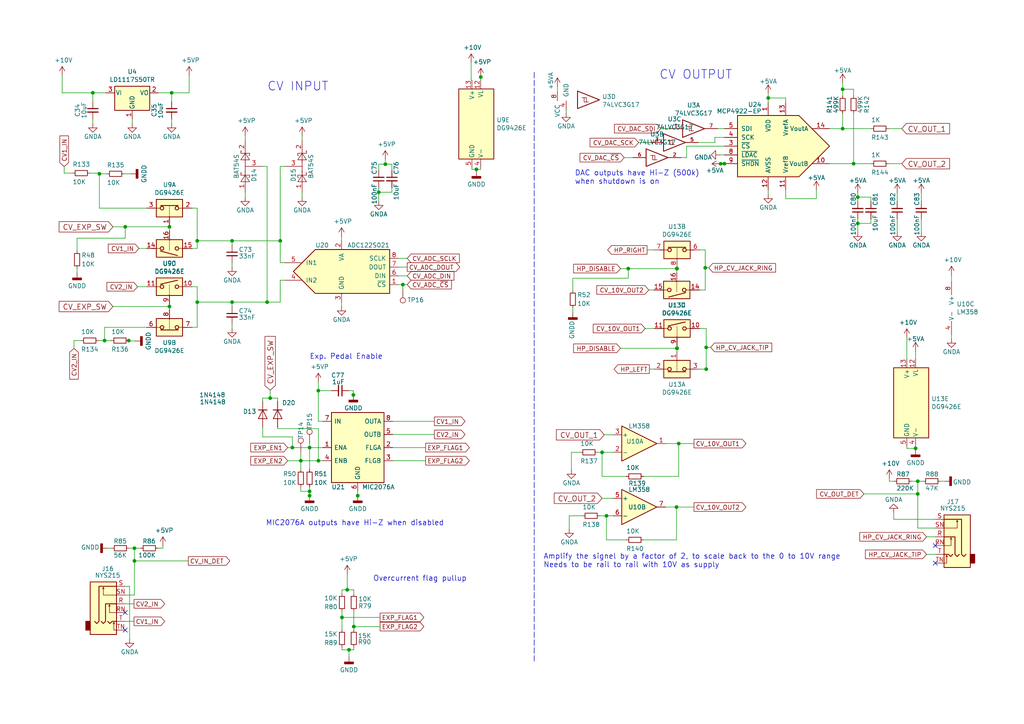
<source format=kicad_sch>
(kicad_sch (version 20211123) (generator eeschema)
  (paper "A4")
  (title_block (title "MOD DuoX - Bottom Board") (date "2021-11-11") (rev "Rev 1.05") (company "MOD Devices GmbH") (comment 1 "DuoX Audio processing board") (comment 2 "https://github.com/moddevices/mod-hw-duoX") (comment 3 "Inp Power: 12V 700mA") (comment 4 "USB outp Power: 500mA"))
  (junction (at 196.342 101.0158))
  (junction (at 77.47 87.63))
  (junction (at 38.989 159.004))
  (junction (at 102.489 114.554))
  (junction (at 139.446 22.352))
  (junction (at 196.85 128.651))
  (junction (at 92.3544 133.6294))
  (junction (at 204.8256 107.061))
  (junction (at 37.338 98.7806))
  (junction (at 247.5738 47.4726))
  (junction (at 138.176 49.1236))
  (junction (at 196.215 147.066))
  (junction (at 266.192 139.573))
  (junction (at 89.789 143.764))
  (junction (at 87.249 133.6294))
  (junction (at 196.2912 77.9018))
  (junction (at 78.359 115.4684))
  (junction (at 222.8088 28.4226))
  (junction (at 266.192 143.256))
  (junction (at 204.8256 100.7618))
  (junction (at 57.2008 87.63))
  (junction (at 81.28 69.85))
  (junction (at 210.1088 47.4726))
  (junction (at 102.616 181.737))
  (junction (at 49.784 26.924))
  (junction (at 30.3276 98.7806))
  (junction (at 196.3674 101.0158))
  (junction (at 36.322 65.786))
  (junction (at 109.855 55.753))
  (junction (at 209.0166 47.498))
  (junction (at 248.793 57.1754))
  (junction (at 244.3988 37.3126))
  (junction (at 100.711 171.069))
  (junction (at 99.187 179.07))
  (junction (at 28.829 50.419))
  (junction (at 92.329 113.3094))
  (junction (at 26.924 26.924))
  (junction (at 265.557 130.048))
  (junction (at 67.31 87.63))
  (junction (at 174.625 131.191))
  (junction (at 175.895 149.606))
  (junction (at 49.149 88.9))
  (junction (at 111.76 47.625))
  (junction (at 49.149 65.786))
  (junction (at 116.84 82.55))
  (junction (at 196.3674 77.9018))
  (junction (at 103.759 143.764))
  (junction (at 67.31 69.85))
  (junction (at 204.5462 77.6732))
  (junction (at 89.789 142.5194))
  (junction (at 84.8106 129.8194))
  (junction (at 57.2008 69.85))
  (junction (at 244.3988 25.8826))
  (junction (at 248.793 64.7954))
  (junction (at 38.989 162.687))
  (junction (at 89.789 129.8194))
  (junction (at 182.2196 77.9018))
  (junction (at 101.219 188.468))
  (no_connect (at 271.272 163.322))
  (no_connect (at 271.272 158.242))
  (no_connect (at 36.322 177.673))
  (no_connect (at 36.322 182.753))
  (wire (pts (xy 109.855 54.483) (xy 109.855 55.753)))
  (wire (pts (xy 196.342 101.981) (xy 196.342 101.0158)))
  (wire (pts (xy 30.988 50.419) (xy 28.829 50.419)))
  (wire (pts (xy 179.9844 101.0158) (xy 196.342 101.0158)))
  (wire (pts (xy 136.652 18.161) (xy 136.652 23.2664)))
  (wire (pts (xy 87.63 40.64) (xy 87.63 39.37)))
  (wire (pts (xy 204.8256 107.061) (xy 204.851 107.061)))
  (wire (pts (xy 248.793 55.9054) (xy 248.793 57.1754)))
  (wire (pts (xy 259.334 139.573) (xy 257.937 139.573)))
  (wire (pts (xy 92.3544 124.3076) (xy 80.518 124.3076)))
  (wire (pts (xy 139.4206 49.1236) (xy 138.176 49.1236)))
  (wire (pts (xy 247.5738 32.8676) (xy 247.5738 47.4726)))
  (wire (pts (xy 244.3988 25.8826) (xy 244.3988 27.7876)))
  (wire (pts (xy 115.57 74.93) (xy 118.11 74.93)))
  (wire (pts (xy 47.244 159.004) (xy 47.244 158.242)))
  (wire (pts (xy 250.571 143.256) (xy 266.192 143.256)))
  (wire (pts (xy 42.545 60.3758) (xy 28.829 60.3758)))
  (wire (pts (xy 102.489 114.554) (xy 102.489 114.5794)))
  (wire (pts (xy 87.249 131.0894) (xy 87.249 133.6294)))
  (wire (pts (xy 204.5462 77.6732) (xy 204.5462 84.0994)))
  (wire (pts (xy 267.208 63.5254) (xy 267.208 67.3354)))
  (wire (pts (xy 76.2 123.9774) (xy 76.2 126.7206)))
  (wire (pts (xy 244.3988 32.8676) (xy 244.3988 37.3126)))
  (wire (pts (xy 136.8806 49.1236) (xy 138.176 49.1236)))
  (wire (pts (xy 81.28 87.63) (xy 81.28 81.28)))
  (wire (pts (xy 196.2912 77.9018) (xy 196.3674 77.9018)))
  (wire (pts (xy 76.2 126.7206) (xy 84.8106 126.7206)))
  (wire (pts (xy 18.6182 48.3108) (xy 18.6182 50.2158)))
  (wire (pts (xy 49.149 88.2396) (xy 49.149 88.9)))
  (wire (pts (xy 49.784 34.544) (xy 49.784 35.814)))
  (wire (pts (xy 57.2008 69.85) (xy 57.2008 72.0598)))
  (wire (pts (xy 139.4206 48.6664) (xy 139.4206 49.1236)))
  (wire (pts (xy 202.6158 41.3258) (xy 207.3402 41.3258)))
  (wire (pts (xy 113.919 133.6294) (xy 123.444 133.6294)))
  (wire (pts (xy 199.136 42.3926) (xy 199.136 45.72)))
  (wire (pts (xy 42.545 94.9452) (xy 30.3276 94.9452)))
  (wire (pts (xy 266.192 153.162) (xy 271.272 153.162)))
  (wire (pts (xy 26.1112 50.2158) (xy 28.829 50.2158)))
  (wire (pts (xy 257.7338 37.3126) (xy 261.5438 37.3126)))
  (wire (pts (xy 36.322 180.213) (xy 38.862 180.213)))
  (wire (pts (xy 57.2008 83.1596) (xy 57.2008 87.63)))
  (wire (pts (xy 196.342 101.0158) (xy 196.3674 101.0158)))
  (wire (pts (xy 261.5438 47.4726) (xy 257.7338 47.4726)))
  (wire (pts (xy 28.829 50.419) (xy 28.829 60.3758)))
  (wire (pts (xy 99.06 87.63) (xy 99.06 88.9)))
  (wire (pts (xy 102.616 171.069) (xy 102.616 172.212)))
  (wire (pts (xy 139.4206 23.2664) (xy 139.4206 22.352)))
  (wire (pts (xy 87.63 55.88) (xy 87.63 57.15)))
  (wire (pts (xy 202.9714 72.4916) (xy 204.5462 72.4916)))
  (wire (pts (xy 257.937 139.573) (xy 257.937 138.811)))
  (wire (pts (xy 36.322 172.593) (xy 38.989 172.593)))
  (wire (pts (xy 100.711 171.069) (xy 102.616 171.069)))
  (wire (pts (xy 185.2422 41.3258) (xy 188.6458 41.3258)))
  (wire (pts (xy 115.57 77.47) (xy 118.11 77.47)))
  (wire (pts (xy 67.31 93.98) (xy 67.31 95.25)))
  (wire (pts (xy 92.329 113.3094) (xy 92.329 122.1994)))
  (wire (pts (xy 268.732 155.702) (xy 271.272 155.702)))
  (wire (pts (xy 113.919 126.0094) (xy 125.984 126.0094)))
  (wire (pts (xy 244.3988 37.3126) (xy 252.6538 37.3126)))
  (wire (pts (xy 67.31 71.12) (xy 67.31 69.85)))
  (wire (pts (xy 89.789 143.764) (xy 89.789 143.7894)))
  (wire (pts (xy 247.5738 47.4726) (xy 252.6538 47.4726)))
  (wire (pts (xy 206.121 100.7618) (xy 204.8256 100.7618)))
  (wire (pts (xy 248.793 64.7954) (xy 248.793 67.3354)))
  (wire (pts (xy 92.3544 124.3076) (xy 92.3544 133.6294)))
  (wire (pts (xy 57.2008 60.3758) (xy 57.2008 69.85)))
  (wire (pts (xy 196.85 128.651) (xy 201.295 128.651)))
  (wire (pts (xy 265.557 129.54) (xy 265.557 130.048)))
  (wire (pts (xy 166.1414 89.3318) (xy 166.1414 90.6018)))
  (wire (pts (xy 138.176 49.657) (xy 138.176 49.1236)))
  (wire (pts (xy 113.919 122.1994) (xy 125.984 122.1994)))
  (wire (pts (xy 275.971 98.2472) (xy 275.971 96.9772)))
  (wire (pts (xy 18.6182 50.2158) (xy 21.0312 50.2158)))
  (wire (pts (xy 81.28 48.26) (xy 81.28 69.85)))
  (wire (pts (xy 32.766 88.9) (xy 49.149 88.9)))
  (wire (pts (xy 181.0512 45.72) (xy 183.5912 45.72)))
  (wire (pts (xy 115.57 80.01) (xy 118.11 80.01)))
  (wire (pts (xy 174.625 131.191) (xy 173.355 131.191)))
  (wire (pts (xy 28.829 50.2158) (xy 28.829 50.419)))
  (wire (pts (xy 165.735 131.191) (xy 165.735 136.271)))
  (wire (pts (xy 80.518 124.3076) (xy 80.518 123.9774)))
  (wire (pts (xy 28.575 98.7806) (xy 30.3276 98.7806)))
  (wire (pts (xy 260.223 55.9054) (xy 260.223 58.4454)))
  (wire (pts (xy 252.603 58.4454) (xy 252.603 57.1754)))
  (wire (pts (xy 103.759 143.764) (xy 103.759 143.7894)))
  (wire (pts (xy 252.603 57.1754) (xy 248.793 57.1754)))
  (wire (pts (xy 222.8088 28.4226) (xy 222.8088 29.6926)))
  (wire (pts (xy 196.85 128.651) (xy 196.85 138.176)))
  (wire (pts (xy 80.518 116.3574) (xy 80.518 115.4684)))
  (wire (pts (xy 81.28 69.85) (xy 81.28 76.2)))
  (wire (pts (xy 202.946 107.061) (xy 204.8256 107.061)))
  (wire (pts (xy 37.592 170.053) (xy 36.322 170.053)))
  (wire (pts (xy 267.208 55.9054) (xy 267.208 58.4454)))
  (wire (pts (xy 227.8888 57.6326) (xy 227.8888 55.0926)))
  (wire (pts (xy 236.7788 57.6326) (xy 227.8888 57.6326)))
  (wire (pts (xy 54.61 162.687) (xy 38.989 162.687)))
  (wire (pts (xy 181.61 156.591) (xy 175.895 156.591)))
  (wire (pts (xy 196.3674 77.5716) (xy 196.3674 77.9018)))
  (wire (pts (xy 99.187 177.292) (xy 99.187 179.07)))
  (wire (pts (xy 92.329 122.1994) (xy 93.599 122.1994)))
  (wire (pts (xy 26.924 26.924) (xy 30.734 26.924)))
  (wire (pts (xy 248.793 63.5254) (xy 248.793 64.7954)))
  (wire (pts (xy 92.329 110.7694) (xy 92.329 113.3094)))
  (wire (pts (xy 207.3402 41.3258) (xy 207.3402 39.8526)))
  (wire (pts (xy 76.2 48.26) (xy 77.47 48.26)))
  (wire (pts (xy 264.414 139.573) (xy 266.192 139.573)))
  (wire (pts (xy 185.2422 41.3258) (xy 185.2422 41.3512)))
  (wire (pts (xy 265.557 130.048) (xy 265.557 130.429)))
  (wire (pts (xy 22.352 69.088) (xy 36.322 69.088)))
  (wire (pts (xy 99.06 69.85) (xy 99.06 68.58)))
  (wire (pts (xy 164.211 31.75) (xy 164.211 32.766)))
  (wire (pts (xy 209.0166 47.4726) (xy 209.0166 47.498)))
  (wire (pts (xy 244.3988 23.9776) (xy 244.3988 25.8826)))
  (wire (pts (xy 87.249 133.6294) (xy 92.3544 133.6294)))
  (wire (pts (xy 102.616 177.292) (xy 102.616 181.737)))
  (wire (pts (xy 89.789 128.5494) (xy 89.789 129.8194)))
  (wire (pts (xy 266.192 143.256) (xy 266.192 153.162)))
  (wire (pts (xy 37.592 170.053) (xy 37.592 185.293)))
  (wire (pts (xy 210.1088 47.4726) (xy 209.0166 47.4726)))
  (wire (pts (xy 87.249 136.1694) (xy 87.249 133.6294)))
  (wire (pts (xy 84.8106 129.8194) (xy 89.789 129.8194)))
  (wire (pts (xy 89.789 129.8194) (xy 93.599 129.8194)))
  (wire (pts (xy 186.69 156.591) (xy 196.215 156.591)))
  (wire (pts (xy 113.665 54.483) (xy 113.665 55.753)))
  (wire (pts (xy 263.017 130.048) (xy 265.557 130.048)))
  (wire (pts (xy 89.789 129.8194) (xy 89.789 136.1694)))
  (wire (pts (xy 39.9034 83.1596) (xy 42.545 83.1596)))
  (wire (pts (xy 55.753 83.1596) (xy 57.2008 83.1596)))
  (wire (pts (xy 45.974 26.924) (xy 49.784 26.924)))
  (wire (pts (xy 182.2196 80.6958) (xy 182.2196 77.9018)))
  (wire (pts (xy 84.8106 126.7206) (xy 84.8106 129.8194)))
  (wire (pts (xy 38.862 175.133) (xy 36.322 175.133)))
  (wire (pts (xy 76.2 115.4684) (xy 78.359 115.4684)))
  (wire (pts (xy 36.322 65.786) (xy 49.149 65.786)))
  (wire (pts (xy 55.753 60.3758) (xy 57.2008 60.3758)))
  (wire (pts (xy 76.2 116.3574) (xy 76.2 115.4684)))
  (wire (pts (xy 196.2912 79.0194) (xy 196.2912 77.9018)))
  (wire (pts (xy 57.2008 69.85) (xy 67.31 69.85)))
  (wire (pts (xy 196.85 138.176) (xy 186.69 138.176)))
  (wire (pts (xy 168.275 131.191) (xy 165.735 131.191)))
  (wire (pts (xy 109.855 55.753) (xy 109.855 58.293)))
  (wire (pts (xy 102.616 188.468) (xy 102.616 187.706)))
  (wire (pts (xy 252.603 63.5254) (xy 252.603 64.7954)))
  (wire (pts (xy 111.76 46.228) (xy 111.76 47.625)))
  (wire (pts (xy 99.187 171.069) (xy 100.711 171.069)))
  (wire (pts (xy 181.61 138.176) (xy 174.625 138.176)))
  (wire (pts (xy 177.8 131.191) (xy 174.625 131.191)))
  (wire (pts (xy 40.767 159.004) (xy 38.989 159.004)))
  (wire (pts (xy 252.603 64.7954) (xy 248.793 64.7954)))
  (wire (pts (xy 196.215 147.066) (xy 201.295 147.066)))
  (wire (pts (xy 182.2196 77.9018) (xy 196.2912 77.9018)))
  (wire (pts (xy 87.249 142.5194) (xy 89.789 142.5194)))
  (wire (pts (xy 136.652 23.2664) (xy 136.8806 23.2664)))
  (wire (pts (xy 247.5738 27.7876) (xy 247.5738 25.8826)))
  (wire (pts (xy 259.207 150.622) (xy 259.207 148.717)))
  (wire (pts (xy 240.5888 47.4726) (xy 247.5738 47.4726)))
  (wire (pts (xy 210.1088 42.3926) (xy 199.136 42.3926)))
  (wire (pts (xy 101.219 190.5) (xy 101.219 188.468)))
  (wire (pts (xy 116.84 83.82) (xy 116.84 82.55)))
  (wire (pts (xy 22.352 77.851) (xy 22.352 79.121)))
  (wire (pts (xy 161.671 25.146) (xy 161.671 26.67)))
  (wire (pts (xy 39.243 98.9076) (xy 37.338 98.9076)))
  (wire (pts (xy 196.85 128.651) (xy 193.04 128.651)))
  (wire (pts (xy 71.12 57.15) (xy 71.12 55.88)))
  (wire (pts (xy 101.219 188.468) (xy 102.616 188.468)))
  (wire (pts (xy 49.149 88.9) (xy 49.149 89.8652)))
  (wire (pts (xy 113.919 129.8194) (xy 123.444 129.8194)))
  (polyline (pts (xy 154.94 20.955) (xy 154.94 191.77)))
  (wire (pts (xy 136.8806 48.6664) (xy 136.8806 49.1236)))
  (wire (pts (xy 165.1 149.606) (xy 168.91 149.606)))
  (wire (pts (xy 21.463 98.7806) (xy 23.495 98.7806)))
  (wire (pts (xy 166.1414 80.6958) (xy 182.2196 80.6958)))
  (wire (pts (xy 247.5738 25.8826) (xy 244.3988 25.8826)))
  (wire (pts (xy 265.557 104.14) (xy 265.557 101.854)))
  (wire (pts (xy 260.223 63.5254) (xy 260.223 67.3354)))
  (wire (pts (xy 166.1414 84.2518) (xy 166.1414 80.6958)))
  (wire (pts (xy 18.034 26.924) (xy 26.924 26.924)))
  (wire (pts (xy 189.6872 84.0994) (xy 188.1632 84.0994)))
  (wire (pts (xy 227.8888 29.6926) (xy 227.8888 28.4226)))
  (wire (pts (xy 248.793 57.1754) (xy 248.793 58.4454)))
  (wire (pts (xy 67.31 87.63) (xy 77.47 87.63)))
  (wire (pts (xy 187.1218 95.2754) (xy 189.7634 95.2754)))
  (wire (pts (xy 196.215 147.066) (xy 193.04 147.066)))
  (wire (pts (xy 115.57 82.55) (xy 116.84 82.55)))
  (wire (pts (xy 266.192 139.573) (xy 267.716 139.573)))
  (wire (pts (xy 236.7788 55.0926) (xy 236.7788 57.6326)))
  (wire (pts (xy 77.47 48.26) (xy 77.47 87.63)))
  (wire (pts (xy 113.665 47.625) (xy 111.76 47.625)))
  (wire (pts (xy 272.796 139.573) (xy 273.939 139.573)))
  (wire (pts (xy 113.665 55.753) (xy 109.855 55.753)))
  (wire (pts (xy 210.1342 47.4726) (xy 210.1088 47.4726)))
  (wire (pts (xy 116.84 82.55) (xy 118.11 82.55)))
  (wire (pts (xy 36.322 69.088) (xy 36.322 65.786)))
  (wire (pts (xy 204.8256 95.2754) (xy 204.8256 100.7618)))
  (wire (pts (xy 101.219 188.468) (xy 99.187 188.468)))
  (wire (pts (xy 37.973 50.419) (xy 36.068 50.419)))
  (wire (pts (xy 109.855 47.625) (xy 109.855 49.403)))
  (wire (pts (xy 80.518 115.4684) (xy 78.359 115.4684)))
  (wire (pts (xy 227.8888 28.4226) (xy 222.8088 28.4226)))
  (wire (pts (xy 240.5888 37.3126) (xy 244.3988 37.3126)))
  (wire (pts (xy 100.711 166.497) (xy 100.711 171.069)))
  (wire (pts (xy 26.924 34.544) (xy 26.924 35.814)))
  (wire (pts (xy 177.8 149.606) (xy 175.895 149.606)))
  (wire (pts (xy 57.2008 87.63) (xy 67.31 87.63)))
  (wire (pts (xy 165.1 153.416) (xy 165.1 149.606)))
  (wire (pts (xy 49.149 65.4558) (xy 49.149 65.786)))
  (wire (pts (xy 26.924 26.924) (xy 26.924 29.464)))
  (wire (pts (xy 204.5462 72.4916) (xy 204.5462 77.6732)))
  (wire (pts (xy 189.7634 72.4916) (xy 187.6806 72.4916)))
  (wire (pts (xy 83.439 133.6294) (xy 87.249 133.6294)))
  (wire (pts (xy 175.895 149.606) (xy 173.99 149.606)))
  (wire (pts (xy 191.643 37.3126) (xy 194.183 37.3126)))
  (wire (pts (xy 89.789 141.2494) (xy 89.789 142.5194)))
  (wire (pts (xy 81.28 76.2) (xy 82.55 76.2)))
  (wire (pts (xy 263.017 130.048) (xy 263.017 129.54)))
  (wire (pts (xy 38.989 159.004) (xy 37.465 159.004)))
  (wire (pts (xy 271.272 150.622) (xy 259.207 150.622)))
  (wire (pts (xy 222.8088 55.0926) (xy 222.8088 56.3626)))
  (wire (pts (xy 38.989 159.004) (xy 38.989 162.687)))
  (wire (pts (xy 202.8952 84.0994) (xy 204.5462 84.0994)))
  (wire (pts (xy 207.3402 39.8526) (xy 210.1088 39.8526)))
  (wire (pts (xy 87.249 141.2494) (xy 87.249 142.5194)))
  (wire (pts (xy 111.76 47.625) (xy 109.855 47.625)))
  (wire (pts (xy 49.784 29.464) (xy 49.784 26.924)))
  (wire (pts (xy 199.136 45.72) (xy 197.5612 45.72)))
  (wire (pts (xy 55.753 94.9452) (xy 57.2008 94.9452)))
  (wire (pts (xy 32.385 159.004) (xy 31.242 159.004)))
  (wire (pts (xy 208.8388 44.9326) (xy 210.1088 44.9326)))
  (wire (pts (xy 174.625 131.191) (xy 174.625 138.176)))
  (wire (pts (xy 210.1088 37.3126) (xy 208.153 37.3126)))
  (wire (pts (xy 222.8088 27.1526) (xy 222.8088 28.4226)))
  (wire (pts (xy 38.354 34.544) (xy 38.354 35.814)))
  (wire (pts (xy 32.766 65.786) (xy 36.322 65.786)))
  (wire (pts (xy 196.3674 100.3554) (xy 196.3674 101.0158)))
  (wire (pts (xy 21.463 101.0666) (xy 21.463 98.7806)))
  (wire (pts (xy 99.187 188.468) (xy 99.187 187.706)))
  (wire (pts (xy 49.784 26.924) (xy 54.864 26.924)))
  (wire (pts (xy 96.139 113.3094) (xy 92.329 113.3094)))
  (wire (pts (xy 83.439 129.8194) (xy 84.8106 129.8194)))
  (wire (pts (xy 102.489 113.3094) (xy 101.219 113.3094)))
  (wire (pts (xy 67.31 88.9) (xy 67.31 87.63)))
  (wire (pts (xy 81.28 81.28) (xy 82.55 81.28)))
  (wire (pts (xy 81.28 48.26) (xy 82.55 48.26)))
  (wire (pts (xy 204.8256 100.7618) (xy 204.8256 107.061)))
  (wire (pts (xy 42.545 72.0598) (xy 40.3098 72.0598)))
  (wire (pts (xy 271.272 160.782) (xy 268.732 160.782)))
  (wire (pts (xy 30.3276 94.9452) (xy 30.3276 98.7806)))
  (wire (pts (xy 275.971 79.756) (xy 275.971 81.7372)))
  (wire (pts (xy 22.352 72.771) (xy 22.352 69.088)))
  (wire (pts (xy 110.236 179.07) (xy 99.187 179.07)))
  (wire (pts (xy 99.187 179.07) (xy 99.187 182.626)))
  (wire (pts (xy 177.8 144.526) (xy 174.625 144.526)))
  (wire (pts (xy 196.215 156.591) (xy 196.215 147.066)))
  (wire (pts (xy 102.616 181.737) (xy 102.616 182.626)))
  (wire (pts (xy 54.864 21.844) (xy 54.864 26.924)))
  (wire (pts (xy 37.338 98.9076) (xy 37.338 98.7806)))
  (wire (pts (xy 177.8 126.111) (xy 175.26 126.111)))
  (wire (pts (xy 38.989 162.687) (xy 38.989 172.593)))
  (wire (pts (xy 45.847 159.004) (xy 47.244 159.004)))
  (wire (pts (xy 57.2008 87.63) (xy 57.2008 94.9452)))
  (wire (pts (xy 263.017 97.917) (xy 263.017 104.14)))
  (wire (pts (xy 67.31 69.85) (xy 81.28 69.85)))
  (wire (pts (xy 175.895 156.591) (xy 175.895 149.606)))
  (wire (pts (xy 189.738 107.061) (xy 188.341 107.061)))
  (wire (pts (xy 78.359 115.4684) (xy 78.359 113.1824)))
  (wire (pts (xy 30.3276 98.7806) (xy 32.258 98.7806)))
  (wire (pts (xy 103.759 142.5194) (xy 103.759 143.764)))
  (wire (pts (xy 71.12 39.37) (xy 71.12 40.64)))
  (wire (pts (xy 110.236 181.737) (xy 102.616 181.737)))
  (wire (pts (xy 18.034 26.924) (xy 18.034 21.844)))
  (wire (pts (xy 67.31 76.2) (xy 67.31 77.47)))
  (wire (pts (xy 139.4206 22.352) (xy 139.446 22.352)))
  (wire (pts (xy 77.47 87.63) (xy 81.28 87.63)))
  (wire (pts (xy 92.3544 133.6294) (xy 93.599 133.6294)))
  (wire (pts (xy 55.753 72.0598) (xy 57.2008 72.0598)))
  (wire (pts (xy 179.9844 77.9018) (xy 182.2196 77.9018)))
  (wire (pts (xy 205.5876 77.6732) (xy 204.5462 77.6732)))
  (wire (pts (xy 99.187 172.212) (xy 99.187 171.069)))
  (wire (pts (xy 266.192 139.573) (xy 266.192 143.256)))
  (wire (pts (xy 89.789 142.5194) (xy 89.789 143.764)))
  (wire (pts (xy 49.149 65.786) (xy 49.149 66.9798)))
  (wire (pts (xy 113.665 49.403) (xy 113.665 47.625)))
  (wire (pts (xy 102.489 113.3094) (xy 102.489 114.554)))
  (wire (pts (xy 202.9714 95.2754) (xy 204.8256 95.2754)))
  (text "Overcurrent flag pullup" (at 108.204 168.783 0) (effects (font (size 1.524 1.524)) (justify left bottom)))
  (text "CV INPUT" (at 77.47 26.67 0) (effects (font (size 2.54 2.54)) (justify left bottom)))
  (text "DAC outputs have Hi-Z (500k)\nwhen shutdown is on" (at 166.7002 53.6702 0) (effects (font (size 1.524 1.524)) (justify left bottom)))
  (text "Exp. Pedal Enable" (at 89.789 104.4194 0) (effects (font (size 1.524 1.524)) (justify left bottom)))
  (text "Amplify the signel by a factor of 2, to scale back to the 0 to 10V range\nNeeds to be rail to rail with 10V as supply" (at 157.607 164.846 0) (effects (font (size 1.524 1.524)) (justify left bottom)))
  (text "MIC2076A outputs have Hi-Z when disabled" (at 77.089 152.6794 0) (effects (font (size 1.524 1.524)) (justify left bottom)))
  (text "CV OUTPUT" (at 191.1858 23.2664 0) (effects (font (size 2.54 2.54)) (justify left bottom)))
  (global_label "CV2_IN" (shape output) (at 38.862 175.133 0) (property "Intersheet References" "${INTERSHEET_REFS}" (effects hide)))
  (global_label "HP_DISABLE" (shape input) (at 179.9844 101.0158 180) (property "Intersheet References" "${INTERSHEET_REFS}" (effects hide)))
  (global_label "CV_ADC_DIN" (shape input) (at 118.11 80.01 0) (property "Intersheet References" "${INTERSHEET_REFS}" (effects hide)))
  (global_label "CV_OUT_2" (shape input) (at 174.625 144.526 180) (effects (font (size 1.524 1.524))) (property "Intersheet References" "${INTERSHEET_REFS}" (effects hide)))
  (global_label "CV1_IN" (shape input) (at 18.6182 48.3108 90) (property "Intersheet References" "${INTERSHEET_REFS}" (effects hide)))
  (global_label "CV_ADC_~{CS}" (shape input) (at 118.11 82.55 0) (property "Intersheet References" "${INTERSHEET_REFS}" (effects hide)))
  (global_label "CV2_IN" (shape input) (at 21.463 101.0666 270) (property "Intersheet References" "${INTERSHEET_REFS}" (effects hide)))
  (global_label "CV_IN_DET" (shape output) (at 54.61 162.687 0) (property "Intersheet References" "${INTERSHEET_REFS}" (effects hide)))
  (global_label "HP_DISABLE" (shape input) (at 179.9844 77.9018 180) (property "Intersheet References" "${INTERSHEET_REFS}" (effects hide)))
  (global_label "CV1_IN" (shape output) (at 125.984 122.1994 0) (property "Intersheet References" "${INTERSHEET_REFS}" (effects hide)))
  (global_label "HP_CV_JACK_RING" (shape input) (at 205.5876 77.6732 0) (property "Intersheet References" "${INTERSHEET_REFS}" (effects hide)))
  (global_label "CV2_IN" (shape input) (at 39.9034 83.1596 180) (property "Intersheet References" "${INTERSHEET_REFS}" (effects hide)))
  (global_label "HP_LEFT" (shape output) (at 188.341 107.061 180) (property "Intersheet References" "${INTERSHEET_REFS}" (effects hide)))
  (global_label "CV1_IN" (shape output) (at 38.862 180.213 0) (property "Intersheet References" "${INTERSHEET_REFS}" (effects hide)))
  (global_label "CV_10V_OUT2" (shape output) (at 201.295 147.066 0) (property "Intersheet References" "${INTERSHEET_REFS}" (effects hide)))
  (global_label "CV_OUT_1" (shape input) (at 175.26 126.111 180) (effects (font (size 1.524 1.524))) (property "Intersheet References" "${INTERSHEET_REFS}" (effects hide)))
  (global_label "HP_CV_JACK_RING" (shape input) (at 268.732 155.702 180) (property "Intersheet References" "${INTERSHEET_REFS}" (effects hide)))
  (global_label "EXP_EN2" (shape input) (at 83.439 133.6294 180) (property "Intersheet References" "${INTERSHEET_REFS}" (effects hide)))
  (global_label "EXP_FLAG1" (shape output) (at 123.444 129.8194 0) (property "Intersheet References" "${INTERSHEET_REFS}" (effects hide)))
  (global_label "CV_OUT_1" (shape input) (at 261.5438 37.3126 0) (effects (font (size 1.524 1.524))) (property "Intersheet References" "${INTERSHEET_REFS}" (effects hide)))
  (global_label "CV_DAC_SCK" (shape input) (at 185.2422 41.3512 180) (property "Intersheet References" "${INTERSHEET_REFS}" (effects hide)))
  (global_label "CV_OUT_DET" (shape input) (at 250.571 143.256 180) (property "Intersheet References" "${INTERSHEET_REFS}" (effects hide)))
  (global_label "CV2_IN" (shape output) (at 125.984 126.0094 0) (property "Intersheet References" "${INTERSHEET_REFS}" (effects hide)))
  (global_label "CV_EXP_SW" (shape input) (at 32.766 88.9 180) (effects (font (size 1.524 1.524))) (property "Intersheet References" "${INTERSHEET_REFS}" (effects hide)))
  (global_label "CV_ADC_DOUT" (shape output) (at 118.11 77.47 0) (property "Intersheet References" "${INTERSHEET_REFS}" (effects hide)))
  (global_label "EXP_FLAG2" (shape output) (at 110.236 181.737 0) (property "Intersheet References" "${INTERSHEET_REFS}" (effects hide)))
  (global_label "CV_EXP_SW" (shape input) (at 32.766 65.786 180) (effects (font (size 1.524 1.524))) (property "Intersheet References" "${INTERSHEET_REFS}" (effects hide)))
  (global_label "EXP_EN1" (shape input) (at 83.439 129.8194 180) (property "Intersheet References" "${INTERSHEET_REFS}" (effects hide)))
  (global_label "CV_DAC_~{CS}" (shape input) (at 181.0512 45.72 180) (property "Intersheet References" "${INTERSHEET_REFS}" (effects hide)))
  (global_label "EXP_FLAG1" (shape output) (at 110.236 179.07 0) (property "Intersheet References" "${INTERSHEET_REFS}" (effects hide)))
  (global_label "EXP_FLAG2" (shape output) (at 123.444 133.6294 0) (property "Intersheet References" "${INTERSHEET_REFS}" (effects hide)))
  (global_label "CV_DAC_SDI" (shape input) (at 191.643 37.3126 180) (property "Intersheet References" "${INTERSHEET_REFS}" (effects hide)))
  (global_label "CV_EXP_SW" (shape input) (at 78.359 113.1824 90) (effects (font (size 1.524 1.524))) (property "Intersheet References" "${INTERSHEET_REFS}" (effects hide)))
  (global_label "CV_OUT_2" (shape input) (at 261.5438 47.4726 0) (effects (font (size 1.524 1.524))) (property "Intersheet References" "${INTERSHEET_REFS}" (effects hide)))
  (global_label "CV_10V_OUT2" (shape input) (at 188.1632 84.0994 180) (property "Intersheet References" "${INTERSHEET_REFS}" (effects hide)))
  (global_label "CV_10V_OUT1" (shape output) (at 201.295 128.651 0) (property "Intersheet References" "${INTERSHEET_REFS}" (effects hide)))
  (global_label "CV_10V_OUT1" (shape input) (at 187.1218 95.2754 180) (property "Intersheet References" "${INTERSHEET_REFS}" (effects hide)))
  (global_label "CV_ADC_SCLK" (shape input) (at 118.11 74.93 0) (property "Intersheet References" "${INTERSHEET_REFS}" (effects hide)))
  (global_label "HP_CV_JACK_TIP" (shape input) (at 206.121 100.7618 0) (property "Intersheet References" "${INTERSHEET_REFS}" (effects hide)))
  (global_label "CV1_IN" (shape input) (at 40.3098 72.0598 180) (property "Intersheet References" "${INTERSHEET_REFS}" (effects hide)))
  (global_label "HP_RIGHT" (shape output) (at 187.6806 72.4916 180) (property "Intersheet References" "${INTERSHEET_REFS}" (effects hide)))
  (global_label "HP_CV_JACK_TIP" (shape input) (at 268.732 160.782 180) (property "Intersheet References" "${INTERSHEET_REFS}" (effects hide)))
  (symbol (lib_id "bottom-board-rescue:ADC122S021-local-components") (at 99.06 78.74 0) (unit 1)
    (property "Reference" "U20" (at 91.44 71.12 0) (effects (justify left)))
    (property "Value" "ADC122S021" (at 113.03 71.12 0) (effects (justify right)))
    (property "Footprint" "Package_SO:VSSOP-8_3.0x3.0mm_P0.65mm" (effects hide))
    (property "Datasheet" "http://www.ti.com/lit/ds/symlink/adc122s021.pdf" (effects hide))
    (property "MPN" "ADC122S021CIMM/NOPB" (effects hide))
  )
  (symbol (lib_id "bottom-board-rescue:AudioJack3_Switch-Connector") (at 31.242 175.133 0) (unit 1)
    (property "Reference" "J16" (at 31.242 164.973 0))
    (property "Value" "NYS215" (at 31.242 166.878 0))
    (property "Footprint" "footprints:NMJ6HCD2" (effects hide))
    (property "MPN" "NYS215" (effects hide))
  )
  (symbol (lib_id "bottom-board-rescue:BAT54S-Diode") (at 71.12 48.26 90) (unit 1)
    (property "Reference" "D14" (at 73.66 50.8 0))
    (property "Value" "BAT54S" (at 68.58 48.26 0))
    (property "Footprint" "Package_TO_SOT_SMD:SOT-23" (effects hide))
    (property "Datasheet" "https://www.diodes.com/assets/Datasheets/ds11005.pdf" (effects hide))
    (property "MPN" "BAT54SFILM" (effects hide))
  )
  (symbol (lib_id "bottom-board-rescue:GNDA-power") (at 37.592 185.293 0) (unit 1)
    (property "Reference" "#PWR0188" (effects hide))
    (property "Value" "GNDA" (at 37.592 189.103 0))
  )
  (symbol (lib_id "bottom-board-rescue:BAT54S-Diode") (at 87.63 48.26 270) (mirror x) (unit 1)
    (property "Reference" "D15" (at 85.09 50.8 0))
    (property "Value" "BAT54S" (at 90.17 48.26 0))
    (property "Footprint" "Package_TO_SOT_SMD:SOT-23" (effects hide))
    (property "Datasheet" "https://www.diodes.com/assets/Datasheets/ds11005.pdf" (effects hide))
    (property "MPN" "BAT54SFILM" (effects hide))
  )
  (symbol (lib_id "bottom-board-rescue:GNDA-power") (at 71.12 57.15 0) (unit 1)
    (property "Reference" "#PWR0195" (effects hide))
    (property "Value" "GNDA" (at 71.12 60.96 0))
  )
  (symbol (lib_id "bottom-board-rescue:GNDA-power") (at 87.63 57.15 0) (mirror y) (unit 1)
    (property "Reference" "#PWR0197" (effects hide))
    (property "Value" "GNDA" (at 87.63 60.96 0))
  )
  (symbol (lib_id "bottom-board-rescue:GNDA-power") (at 99.06 88.9 0) (unit 1)
    (property "Reference" "#PWR0199" (effects hide))
    (property "Value" "GNDA" (at 99.06 92.71 0))
  )
  (symbol (lib_id "bottom-board-rescue:C_Small-Device") (at 67.31 73.66 0) (unit 1)
    (property "Reference" "C73" (at 69.215 72.39 0) (effects (justify left)))
    (property "Value" "33nF" (at 69.215 74.295 0) (effects (justify left)))
    (property "Footprint" "Capacitor_SMD:C_0603_1608Metric" (effects hide))
    (property "MPN" "C0603C333K4RACTU" (effects hide))
  )
  (symbol (lib_id "bottom-board-rescue:MCP4922-ESL-Analog_DAC") (at 225.3488 42.3926 0) (unit 1)
    (property "Reference" "U24" (at 220.9038 30.3276 0) (effects (justify right)))
    (property "Value" "MCP4922-EP" (at 220.9038 32.2326 0) (effects (justify right)))
    (property "Footprint" "Package_SO:SOIC-14_3.9x8.7mm_P1.27mm" (effects hide))
    (property "Datasheet" "http://ww1.microchip.com/downloads/en/DeviceDoc/22250A.pdf" (effects hide))
    (property "MPN" "MCP4922T-E/SL" (effects hide))
  )
  (symbol (lib_id "bottom-board-rescue:GNDA-power") (at 67.31 95.25 0) (unit 1)
    (property "Reference" "#PWR0192" (effects hide))
    (property "Value" "GNDA" (at 67.31 99.06 0))
  )
  (symbol (lib_id "bottom-board-rescue:GNDA-power") (at 67.31 77.47 0) (unit 1)
    (property "Reference" "#PWR0191" (effects hide))
    (property "Value" "GNDA" (at 67.31 81.28 0))
  )
  (symbol (lib_id "bottom-board-rescue:R_Small-Device") (at 255.1938 37.3126 90) (unit 1)
    (property "Reference" "R143" (at 252.6538 39.8526 90) (effects (justify right)))
    (property "Value" "1K" (at 252.6538 34.7726 90) (effects (justify right)))
    (property "Footprint" "Resistor_SMD:R_0603_1608Metric" (effects hide))
    (property "MPN" "ERJ-PB3D1001V" (effects hide))
  )
  (symbol (lib_id "bottom-board-rescue:R_Small-Device") (at 89.789 138.7094 0) (unit 1)
    (property "Reference" "R51" (at 91.059 137.4394 0) (effects (justify left)))
    (property "Value" "10K" (at 91.059 139.9794 0) (effects (justify left)))
    (property "Footprint" "Resistor_SMD:R_0603_1608Metric" (effects hide))
    (property "MPN" "RR0816P-103-D" (effects hide))
  )
  (symbol (lib_id "bottom-board-rescue:R_Small-Device") (at 87.249 138.7094 0) (mirror y) (unit 1)
    (property "Reference" "R50" (at 85.979 137.4394 0) (effects (justify left)))
    (property "Value" "10K" (at 85.979 139.9794 0) (effects (justify left)))
    (property "Footprint" "Resistor_SMD:R_0603_1608Metric" (effects hide))
    (property "MPN" "RR0816P-103-D" (effects hide))
  )
  (symbol (lib_id "bottom-board-rescue:MIC2076A-local-components") (at 103.759 129.8194 0) (unit 1)
    (property "Reference" "U21" (at 96.139 141.2494 0) (effects (justify left)))
    (property "Value" "MIC2076A" (at 105.029 141.2494 0) (effects (justify left)))
    (property "Footprint" "Package_SO:SOIC-8_3.9x4.9mm_P1.27mm" (effects hide))
    (property "Datasheet" "http://ww1.microchip.com/downloads/en/DeviceDoc/mic2026a-76a.pdf" (effects hide))
    (property "MPN" "MIC2076A-1YM " (effects hide))
    (property "MPN2" "SP2526A-1EN-L/TR" (effects hide))
  )
  (symbol (lib_id "bottom-board-rescue:AudioJack3_Switch-Connector") (at 276.352 155.702 0) (mirror y) (unit 1)
    (property "Reference" "J17" (at 276.352 145.542 0))
    (property "Value" "NYS215" (at 276.352 147.447 0))
    (property "Footprint" "footprints:NMJ6HCD2" (effects hide))
    (property "MPN" "NYS215" (effects hide))
  )
  (symbol (lib_id "bottom-board-rescue:GNDA-power") (at 222.8088 56.3626 0) (unit 1)
    (property "Reference" "#PWR0214" (effects hide))
    (property "Value" "GNDA" (at 222.8088 60.1726 0))
  )
  (symbol (lib_id "bottom-board-rescue:+5VA-power") (at 222.8088 27.1526 0) (mirror y) (unit 1)
    (property "Reference" "#PWR0213" (effects hide))
    (property "Value" "+5VA" (at 222.8088 23.5966 0))
  )
  (symbol (lib_id "bottom-board-rescue:GNDA-power") (at 208.8388 44.9326 270) (unit 1)
    (property "Reference" "#PWR0211" (effects hide))
    (property "Value" "GNDA" (at 203.9366 45.6438 90))
  )
  (symbol (lib_id "bottom-board-rescue:+5VA-power") (at 236.7788 55.0926 0) (mirror y) (unit 1)
    (property "Reference" "#PWR0215" (effects hide))
    (property "Value" "+5VA" (at 236.7788 51.5366 0))
  )
  (symbol (lib_id "bottom-board-rescue:R_Small-Device") (at 166.1414 86.7918 0) (unit 1)
    (property "Reference" "R52" (at 167.4114 85.5218 0) (effects (justify left)))
    (property "Value" "10K" (at 167.4114 88.0618 0) (effects (justify left)))
    (property "Footprint" "Resistor_SMD:R_0603_1608Metric" (effects hide))
    (property "MPN" "RR0816P-103-D" (effects hide))
  )
  (symbol (lib_id "bottom-board-rescue:GNDA-power") (at 248.793 67.3354 0) (unit 1)
    (property "Reference" "#PWR0217" (effects hide))
    (property "Value" "GNDA" (at 248.793 71.1454 0))
  )
  (symbol (lib_id "bottom-board-rescue:+5VA-power") (at 248.793 55.9054 0) (mirror y) (unit 1)
    (property "Reference" "#PWR0216" (effects hide))
    (property "Value" "+5VA" (at 248.793 52.3494 0))
  )
  (symbol (lib_id "bottom-board-rescue:C_Small-Device") (at 248.793 60.9854 180) (unit 1)
    (property "Reference" "C80" (at 247.523 59.7154 90) (effects (justify right)))
    (property "Value" "100nF" (at 247.523 62.2554 90) (effects (justify left)))
    (property "Footprint" "Capacitor_SMD:C_0603_1608Metric" (effects hide))
    (property "MPN" "GCM188R71C104KA37D" (effects hide))
  )
  (symbol (lib_id "bottom-board-rescue:C_Small-Device") (at 252.603 60.9854 0) (mirror y) (unit 1)
    (property "Reference" "C81" (at 253.873 59.7154 90) (effects (justify left)))
    (property "Value" "10uF" (at 253.873 62.2554 90) (effects (justify right)))
    (property "Footprint" "Capacitor_SMD:C_0805_2012Metric" (effects hide))
    (property "MPN" "GRM219R61E106KA12D" (effects hide))
  )
  (symbol (lib_id "bottom-board-rescue:GNDA-power") (at 260.223 67.3354 0) (unit 1)
    (property "Reference" "#PWR0219" (effects hide))
    (property "Value" "GNDA" (at 260.223 71.1454 0))
  )
  (symbol (lib_id "bottom-board-rescue:+5VA-power") (at 260.223 55.9054 0) (mirror y) (unit 1)
    (property "Reference" "#PWR0218" (effects hide))
    (property "Value" "+5VA" (at 260.223 52.3494 0))
  )
  (symbol (lib_id "bottom-board-rescue:C_Small-Device") (at 260.223 60.9854 180) (unit 1)
    (property "Reference" "C82" (at 258.953 59.7154 90) (effects (justify right)))
    (property "Value" "100nF" (at 258.953 62.2554 90) (effects (justify left)))
    (property "Footprint" "Capacitor_SMD:C_0603_1608Metric" (effects hide))
    (property "MPN" "GCM188R71C104KA37D" (effects hide))
  )
  (symbol (lib_id "bottom-board-rescue:GNDA-power") (at 267.208 67.3354 0) (unit 1)
    (property "Reference" "#PWR0221" (effects hide))
    (property "Value" "GNDA" (at 267.208 71.1454 0))
  )
  (symbol (lib_id "bottom-board-rescue:+5VA-power") (at 267.208 55.9054 0) (mirror y) (unit 1)
    (property "Reference" "#PWR0220" (effects hide))
    (property "Value" "+5VA" (at 267.208 52.3494 0))
  )
  (symbol (lib_id "bottom-board-rescue:C_Small-Device") (at 267.208 60.9854 180) (unit 1)
    (property "Reference" "C83" (at 265.938 59.7154 90) (effects (justify right)))
    (property "Value" "100nF" (at 265.938 62.2554 90) (effects (justify left)))
    (property "Footprint" "Capacitor_SMD:C_0603_1608Metric" (effects hide))
    (property "MPN" "GCM188R71C104KA37D" (effects hide))
  )
  (symbol (lib_id "bottom-board-rescue:C_Small-Device") (at 98.679 113.3094 270) (mirror x) (unit 1)
    (property "Reference" "C77" (at 99.949 108.8644 90) (effects (justify right)))
    (property "Value" "1uF" (at 99.949 110.7694 90) (effects (justify right)))
    (property "Footprint" "Capacitor_SMD:C_0603_1608Metric" (effects hide))
    (property "MPN" "TMK107B7105KA-T" (effects hide))
  )
  (symbol (lib_id "bottom-board-rescue:GNDA-power") (at 109.855 58.293 0) (unit 1)
    (property "Reference" "#PWR0201" (effects hide))
    (property "Value" "GNDA" (at 109.855 62.103 0))
  )
  (symbol (lib_id "bottom-board-rescue:C_Small-Device") (at 109.855 51.943 180) (unit 1)
    (property "Reference" "C75" (at 108.585 50.673 90) (effects (justify right)))
    (property "Value" "100nF" (at 108.585 53.213 90) (effects (justify left)))
    (property "Footprint" "Capacitor_SMD:C_0603_1608Metric" (effects hide))
    (property "MPN" "GCM188R71C104KA37D" (effects hide))
  )
  (symbol (lib_id "bottom-board-rescue:C_Small-Device") (at 113.665 51.943 0) (mirror y) (unit 1)
    (property "Reference" "C76" (at 114.935 50.673 90) (effects (justify left)))
    (property "Value" "10uF" (at 114.935 53.213 90) (effects (justify right)))
    (property "Footprint" "Capacitor_SMD:C_0805_2012Metric" (effects hide))
    (property "MPN" "GRM219R61E106KA12D" (effects hide))
  )
  (symbol (lib_id "bottom-board-rescue:C_Small-Device") (at 67.31 91.44 0) (unit 1)
    (property "Reference" "C74" (at 69.215 90.17 0) (effects (justify left)))
    (property "Value" "33nF" (at 69.215 92.075 0) (effects (justify left)))
    (property "Footprint" "Capacitor_SMD:C_0603_1608Metric" (effects hide))
    (property "MPN" "C0603C333K4RACTU" (effects hide))
  )
  (symbol (lib_id "bottom-board-rescue:TestPoint-Connector") (at 87.249 131.0894 0) (mirror y) (unit 1)
    (property "Reference" "TP14" (at 87.249 124.7394 90))
    (property "Value" "TestPoint" (effects hide))
    (property "Footprint" "TestPoint:TestPoint_Pad_D1.0mm" (effects hide))
  )
  (symbol (lib_id "bottom-board-rescue:TestPoint-Connector") (at 89.789 128.5494 0) (unit 1)
    (property "Reference" "TP15" (at 89.789 122.1994 90))
    (property "Value" "TestPoint" (effects hide))
    (property "Footprint" "TestPoint:TestPoint_Pad_D1.0mm" (effects hide))
  )
  (symbol (lib_id "bottom-board-rescue:TestPoint-Connector") (at 116.84 83.82 180) (unit 1)
    (property "Reference" "TP16" (at 118.11 86.995 0) (effects (justify right)))
    (property "Value" "TestPoint" (effects hide))
    (property "Footprint" "TestPoint:TestPoint_Pad_D1.0mm" (effects hide))
  )
  (symbol (lib_id "bottom-board-rescue:R_Small-Device") (at 244.3988 30.3276 0) (unit 1)
    (property "Reference" "R141" (at 240.5888 30.3276 90))
    (property "Value" "499K" (at 242.4938 30.3276 90))
    (property "Footprint" "Resistor_SMD:R_0603_1608Metric" (effects hide))
    (property "MPN" "ERJ-3EKF4993V" (effects hide))
  )
  (symbol (lib_id "bottom-board-rescue:R_Small-Device") (at 247.5738 30.3276 0) (mirror y) (unit 1)
    (property "Reference" "R142" (at 251.3838 30.3276 90))
    (property "Value" "499K" (at 249.4788 30.3276 90))
    (property "Footprint" "Resistor_SMD:R_0603_1608Metric" (effects hide))
    (property "MPN" "ERJ-3EKF4993V" (effects hide))
  )
  (symbol (lib_id "bottom-board-rescue:+5VA-power") (at 244.3988 23.9776 0) (mirror y) (unit 1)
    (property "Reference" "#PWR0186" (effects hide))
    (property "Value" "+5VA" (at 244.3988 20.4216 0))
  )
  (symbol (lib_id "bottom-board-rescue:GNDA-power") (at 259.207 148.717 180) (unit 1)
    (property "Reference" "#PWR0115" (effects hide))
    (property "Value" "GNDA" (at 259.207 144.907 0))
  )
  (symbol (lib_id "bottom-board-rescue:R_Small-Device") (at 255.1938 47.4726 90) (unit 1)
    (property "Reference" "R144" (at 252.6538 50.0126 90) (effects (justify right)))
    (property "Value" "1K" (at 252.6538 44.9326 90) (effects (justify right)))
    (property "Footprint" "Resistor_SMD:R_0603_1608Metric" (effects hide))
    (property "MPN" "ERJ-PB3D1001V" (effects hide))
  )
  (symbol (lib_id "bottom-board-rescue:GNDA-power") (at 38.354 35.814 0) (unit 1)
    (property "Reference" "#PWR0117" (effects hide))
    (property "Value" "GNDA" (at 38.354 39.624 0))
  )
  (symbol (lib_id "bottom-board-rescue:GNDA-power") (at 26.924 35.814 0) (mirror y) (unit 1)
    (property "Reference" "#PWR0118" (effects hide))
    (property "Value" "GNDA" (at 26.924 39.624 0))
  )
  (symbol (lib_id "bottom-board-rescue:GNDA-power") (at 49.784 35.814 0) (unit 1)
    (property "Reference" "#PWR0119" (effects hide))
    (property "Value" "GNDA" (at 49.784 39.624 0))
  )
  (symbol (lib_id "bottom-board-rescue:C_Small-Device") (at 26.924 32.004 0) (unit 1)
    (property "Reference" "C34" (at 22.479 32.004 90))
    (property "Value" "10uF" (at 24.384 32.004 90))
    (property "Footprint" "Capacitor_SMD:C_0805_2012Metric" (effects hide))
    (property "MPN" "GRM219R61E106KA12D" (effects hide))
  )
  (symbol (lib_id "bottom-board-rescue:C_Small-Device") (at 49.784 32.004 0) (unit 1)
    (property "Reference" "C35" (at 44.704 32.004 90))
    (property "Value" "10uF" (at 46.609 32.004 90))
    (property "Footprint" "Capacitor_SMD:C_0805_2012Metric" (effects hide))
    (property "MPN" "GRM219R61E106KA12D" (effects hide))
  )
  (symbol (lib_id "bottom-board-rescue:LD1117S50TR_SOT223-Regulator_Linear") (at 38.354 26.924 0) (unit 1)
    (property "Reference" "U4" (at 38.354 20.7772 0))
    (property "Value" "LD1117S50TR" (at 38.354 23.0886 0))
    (property "Footprint" "Package_TO_SOT_SMD:SOT-223-3_TabPin2" (effects hide))
    (property "Datasheet" "http://www.st.com/st-web-ui/static/active/en/resource/technical/document/datasheet/CD00000544.pdf" (effects hide))
    (property "MPN" "LD1117S50TR" (effects hide))
  )
  (symbol (lib_id "power:+5VP") (at 54.864 21.844 0) (unit 1)
    (property "Reference" "#PWR0120" (effects hide))
    (property "Value" "+5VP" (at 55.245 17.4498 0))
  )
  (symbol (lib_id "power:+5VP") (at 111.76 46.228 0) (unit 1)
    (property "Reference" "#PWR0143" (effects hide))
    (property "Value" "+5VP" (at 112.141 41.8338 0))
  )
  (symbol (lib_id "power:+5VP") (at 92.329 110.7694 0) (unit 1)
    (property "Reference" "#PWR0196" (effects hide))
    (property "Value" "+5VP" (at 92.71 106.3752 0))
  )
  (symbol (lib_id "power:+5VP") (at 99.06 68.58 0) (unit 1)
    (property "Reference" "#PWR0198" (effects hide))
    (property "Value" "+5VP" (at 99.441 64.1858 0))
  )
  (symbol (lib_id "bottom-board-rescue:R_Small-Device") (at 23.5712 50.2158 90) (mirror x) (unit 1)
    (property "Reference" "R133" (at 21.0312 47.6758 90) (effects (justify right)))
    (property "Value" "10K" (at 21.0312 52.7558 90) (effects (justify right)))
    (property "Footprint" "Resistor_SMD:R_0603_1608Metric" (effects hide))
    (property "MPN" "RR0816P-103-D" (effects hide))
  )
  (symbol (lib_id "bottom-board-rescue:R_Small-Device") (at 33.528 50.419 90) (mirror x) (unit 1)
    (property "Reference" "R135" (at 30.988 47.879 90) (effects (justify right)))
    (property "Value" "10K" (at 30.988 52.959 90) (effects (justify right)))
    (property "Footprint" "Resistor_SMD:R_0603_1608Metric" (effects hide))
    (property "MPN" "RR0816P-103-D" (effects hide))
  )
  (symbol (lib_id "bottom-board-rescue:R_Small-Device") (at 26.035 98.7806 90) (unit 1)
    (property "Reference" "R134" (at 23.495 101.3206 90) (effects (justify right)))
    (property "Value" "10K" (at 23.495 96.2406 90) (effects (justify right)))
    (property "Footprint" "Resistor_SMD:R_0603_1608Metric" (effects hide))
    (property "MPN" "RR0816P-103-D" (effects hide))
  )
  (symbol (lib_id "bottom-board-rescue:R_Small-Device") (at 34.798 98.7806 90) (unit 1)
    (property "Reference" "R136" (at 32.258 101.3206 90) (effects (justify right)))
    (property "Value" "10K" (at 32.258 96.2406 90) (effects (justify right)))
    (property "Footprint" "Resistor_SMD:R_0603_1608Metric" (effects hide))
    (property "MPN" "RR0816P-103-D" (effects hide))
  )
  (symbol (lib_id "Amplifier_Operational:LM358") (at 185.42 128.651 0) (unit 1)
    (property "Reference" "U10" (at 184.15 128.016 0))
    (property "Value" "LM358" (at 185.42 123.571 0))
    (property "Footprint" "Package_SO:TSSOP-8_3x3mm_P0.65mm" (effects hide))
    (property "MPN" "TLV272CM8-13" (effects hide))
  )
  (symbol (lib_id "Amplifier_Operational:LM358") (at 185.42 147.066 0) (unit 2)
    (property "Reference" "U10" (at 184.785 147.066 0))
    (property "Value" "LM358" (at 185.42 141.986 0))
    (property "Footprint" "Package_SO:TSSOP-8_3x3mm_P0.65mm" (effects hide))
    (property "MPN" "LM358DGKR" (effects hide))
  )
  (symbol (lib_id "Amplifier_Operational:LM358") (at 278.511 89.3572 0) (unit 3)
    (property "Reference" "U10" (at 277.4442 88.1888 0) (effects (justify left)))
    (property "Value" "LM358" (at 277.4442 90.5002 0) (effects (justify left)))
    (property "Footprint" "Package_SO:TSSOP-8_3x3mm_P0.65mm" (effects hide))
  )
  (symbol (lib_id "bottom-board-rescue:R_Small-Device") (at 184.15 138.176 90) (unit 1)
    (property "Reference" "R139" (at 182.245 140.208 90) (effects (justify right)))
    (property "Value" "10K" (at 181.61 135.636 90) (effects (justify right)))
    (property "Footprint" "Resistor_SMD:R_0603_1608Metric" (effects hide))
    (property "MPN" "RR0816P-103-D" (effects hide))
  )
  (symbol (lib_id "bottom-board-rescue:R_Small-Device") (at 170.815 131.191 90) (unit 1)
    (property "Reference" "R137" (at 168.275 133.731 90) (effects (justify right)))
    (property "Value" "10K" (at 168.275 128.651 90) (effects (justify right)))
    (property "Footprint" "Resistor_SMD:R_0603_1608Metric" (effects hide))
    (property "MPN" "RR0816P-103-D" (effects hide))
  )
  (symbol (lib_id "bottom-board-rescue:R_Small-Device") (at 171.45 149.606 90) (unit 1)
    (property "Reference" "R138" (at 168.91 152.146 90) (effects (justify right)))
    (property "Value" "10K" (at 168.91 147.066 90) (effects (justify right)))
    (property "Footprint" "Resistor_SMD:R_0603_1608Metric" (effects hide))
    (property "MPN" "RR0816P-103-D" (effects hide))
  )
  (symbol (lib_id "bottom-board-rescue:R_Small-Device") (at 184.15 156.591 90) (unit 1)
    (property "Reference" "R140" (at 181.61 159.131 90) (effects (justify right)))
    (property "Value" "10K" (at 181.61 154.051 90) (effects (justify right)))
    (property "Footprint" "Resistor_SMD:R_0603_1608Metric" (effects hide))
    (property "MPN" "RR0816P-103-D" (effects hide))
  )
  (symbol (lib_id "bottom-board-rescue:GNDA-power") (at 165.1 153.416 0) (unit 1)
    (property "Reference" "#PWR0231" (effects hide))
    (property "Value" "GNDA" (at 165.1 157.226 0))
  )
  (symbol (lib_id "bottom-board-rescue:GNDA-power") (at 165.735 136.271 0) (unit 1)
    (property "Reference" "#PWR0232" (effects hide))
    (property "Value" "GNDA" (at 165.735 140.081 0))
  )
  (symbol (lib_id "bottom-board-rescue:GNDA-power") (at 275.971 98.2472 0) (unit 1)
    (property "Reference" "#PWR0234" (effects hide))
    (property "Value" "GNDA" (at 275.971 102.0572 0))
  )
  (symbol (lib_id "power:+5VP") (at 71.12 39.37 0) (unit 1)
    (property "Reference" "#PWR0187" (effects hide))
    (property "Value" "+5VP" (at 71.501 34.9758 0))
  )
  (symbol (lib_id "power:+5VP") (at 87.63 39.37 0) (unit 1)
    (property "Reference" "#PWR0200" (effects hide))
    (property "Value" "+5VP" (at 88.011 34.9758 0))
  )
  (symbol (lib_id "bottom-board-rescue:R_Small-Device") (at 99.187 174.752 180) (unit 1)
    (property "Reference" "R80" (at 97.917 176.022 0) (effects (justify left)))
    (property "Value" "10K" (at 97.917 173.482 0) (effects (justify left)))
    (property "Footprint" "Resistor_SMD:R_0603_1608Metric" (effects hide))
    (property "MPN" "RR0816P-103-D" (effects hide))
  )
  (symbol (lib_id "bottom-board-rescue:R_Small-Device") (at 102.616 174.752 180) (unit 1)
    (property "Reference" "R79" (at 107.823 175.768 0) (effects (justify left)))
    (property "Value" "10K" (at 107.823 173.736 0) (effects (justify left)))
    (property "Footprint" "Resistor_SMD:R_0603_1608Metric" (effects hide))
    (property "MPN" "RR0816P-103-D" (effects hide))
  )
  (symbol (lib_id "power:+5VP") (at 47.244 158.242 0) (unit 1)
    (property "Reference" "#PWR0237" (effects hide))
    (property "Value" "+5VP" (at 47.625 153.8478 0))
  )
  (symbol (lib_id "bottom-board-rescue:DG9426E") (at 49.149 94.9452 180) (unit 2)
    (property "Reference" "U9" (at 49.149 99.3902 0))
    (property "Value" "DG9426E" (at 49.149 101.7016 0))
    (property "Footprint" "Package_SO:TSSOP-16_4.4x5mm_P0.65mm" (effects hide))
    (property "Datasheet" "http://pdf.datasheetcatalog.com/datasheets/70/494502_DS.pdf" (effects hide))
  )
  (symbol (lib_id "bottom-board-rescue:DG9426E") (at 49.149 83.1596 0) (unit 3)
    (property "Reference" "U9" (at 49.149 76.3778 0))
    (property "Value" "DG9426E" (at 49.149 78.6892 0))
    (property "Footprint" "Package_SO:TSSOP-16_4.4x5mm_P0.65mm" (effects hide))
    (property "Datasheet" "http://pdf.datasheetcatalog.com/datasheets/70/494502_DS.pdf" (effects hide))
  )
  (symbol (lib_id "bottom-board-rescue:DG9426E") (at 49.149 72.0598 0) (mirror x) (unit 4)
    (property "Reference" "U9" (at 49.149 76.5048 0))
    (property "Value" "DG9426E" (at 49.149 78.8162 0))
    (property "Footprint" "Package_SO:TSSOP-16_4.4x5mm_P0.65mm" (effects hide))
    (property "Datasheet" "http://pdf.datasheetcatalog.com/datasheets/70/494502_DS.pdf" (effects hide))
    (property "MPN" "DG9426EDQ-T1-GE3" (effects hide))
  )
  (symbol (lib_id "bottom-board-rescue:DG9426E") (at 49.149 60.3758 0) (unit 1)
    (property "Reference" "U9" (at 49.149 53.594 0))
    (property "Value" "DG9426E" (at 49.149 55.9054 0))
    (property "Footprint" "Package_SO:TSSOP-16_4.4x5mm_P0.65mm" (effects hide))
    (property "Datasheet" "http://pdf.datasheetcatalog.com/datasheets/70/494502_DS.pdf" (effects hide))
  )
  (symbol (lib_id "bottom-board-rescue:DG9426E") (at 136.8806 35.9664 0) (unit 5)
    (property "Reference" "U9" (at 143.9926 34.798 0) (effects (justify left)))
    (property "Value" "DG9426E" (at 143.9926 37.1094 0) (effects (justify left)))
    (property "Footprint" "Package_SO:TSSOP-16_4.4x5mm_P0.65mm" (effects hide))
    (property "Datasheet" "http://pdf.datasheetcatalog.com/datasheets/70/494502_DS.pdf" (effects hide))
  )
  (symbol (lib_id "bottom-board-rescue:1N4148WS-Diode") (at 76.2 120.1674 270) (unit 1)
    (property "Reference" "D13" (at 70.4342 119.3546 90) (effects (justify left)))
    (property "Value" "1N4148" (at 57.912 116.586 90) (effects (justify left)))
    (property "Footprint" "Diode_SMD:D_SOD-323" (effects hide))
    (property "MPN" "1N4148WX-TP" (effects hide))
  )
  (symbol (lib_id "bottom-board-rescue:1N4148WS-Diode") (at 80.518 120.1674 270) (unit 1)
    (property "Reference" "D20" (at 81.788 116.84 90) (effects (justify left)))
    (property "Value" "1N4148" (at 57.785 114.554 90) (effects (justify left)))
    (property "Footprint" "Diode_SMD:D_SOD-323" (effects hide))
    (property "MPN" "1N4148WX-TP" (effects hide))
  )
  (symbol (lib_id "bottom-board-rescue:R_Small-Device") (at 22.352 75.311 0) (unit 1)
    (property "Reference" "R48" (at 23.622 74.041 0) (effects (justify left)))
    (property "Value" "10K" (at 23.622 76.581 0) (effects (justify left)))
    (property "Footprint" "Resistor_SMD:R_0603_1608Metric" (effects hide))
    (property "MPN" "RR0816P-103-D" (effects hide))
  )
  (symbol (lib_id "power:+5VP") (at 139.446 22.352 0) (unit 1)
    (property "Reference" "#PWR0189" (effects hide))
    (property "Value" "+5VP" (at 139.827 17.9578 0))
  )
  (symbol (lib_id "bottom-board-rescue:DG9426E") (at 196.3674 95.2754 0) (unit 3)
    (property "Reference" "U13" (at 196.3674 88.4936 0))
    (property "Value" "DG9426E" (at 196.3674 90.805 0))
    (property "Footprint" "Package_SO:TSSOP-16_4.4x5mm_P0.65mm" (effects hide))
    (property "Datasheet" "http://pdf.datasheetcatalog.com/datasheets/70/494502_DS.pdf" (effects hide))
    (property "MPN" "DG9426EDQ-T1-GE3" (effects hide))
  )
  (symbol (lib_id "bottom-board-rescue:DG9426E") (at 196.342 107.061 180) (unit 1)
    (property "Reference" "U13" (at 196.342 111.506 0))
    (property "Value" "DG9426E" (at 196.342 113.8174 0))
    (property "Footprint" "Package_SO:TSSOP-16_4.4x5mm_P0.65mm" (effects hide))
    (property "Datasheet" "http://pdf.datasheetcatalog.com/datasheets/70/494502_DS.pdf" (effects hide))
  )
  (symbol (lib_id "bottom-board-rescue:DG9426E") (at 196.3674 72.4916 0) (unit 2)
    (property "Reference" "U13" (at 196.3674 65.7098 0))
    (property "Value" "DG9426E" (at 196.3674 68.0212 0))
    (property "Footprint" "Package_SO:TSSOP-16_4.4x5mm_P0.65mm" (effects hide))
    (property "Datasheet" "http://pdf.datasheetcatalog.com/datasheets/70/494502_DS.pdf" (effects hide))
  )
  (symbol (lib_id "bottom-board-rescue:DG9426E") (at 196.2912 84.0994 180) (unit 4)
    (property "Reference" "U13" (at 196.2912 88.5444 0))
    (property "Value" "DG9426E" (at 196.2912 90.8558 0))
    (property "Footprint" "Package_SO:TSSOP-16_4.4x5mm_P0.65mm" (effects hide))
    (property "Datasheet" "http://pdf.datasheetcatalog.com/datasheets/70/494502_DS.pdf" (effects hide))
  )
  (symbol (lib_id "bottom-board-rescue:DG9426E") (at 263.017 116.84 0) (unit 5)
    (property "Reference" "U13" (at 270.129 115.6716 0) (effects (justify left)))
    (property "Value" "DG9426E" (at 270.129 117.983 0) (effects (justify left)))
    (property "Footprint" "Package_SO:TSSOP-16_4.4x5mm_P0.65mm" (effects hide))
    (property "Datasheet" "http://pdf.datasheetcatalog.com/datasheets/70/494502_DS.pdf" (effects hide))
    (property "MPN" "LM358DGKR" (effects hide))
  )
  (symbol (lib_id "bottom-board-rescue:+5VA-power") (at 265.557 101.854 0) (mirror y) (unit 1)
    (property "Reference" "#PWR0242" (effects hide))
    (property "Value" "+5VA" (at 265.557 98.298 0))
  )
  (symbol (lib_id "bottom-board-rescue:+5VA-power") (at 209.0166 47.498 90) (mirror x) (unit 1)
    (property "Reference" "#PWR0153" (effects hide))
    (property "Value" "+5VA" (at 207.3402 49.4284 90))
  )
  (symbol (lib_id "74xGxx_local:74LVC3G17") (at 201.803 37.3126 0) (unit 1)
    (property "Reference" "U3" (at 201.168 30.5308 0))
    (property "Value" "74LVC3G17" (at 201.168 32.8422 0))
    (property "Footprint" "Package_SO:VSSOP-8_2.3x2mm_P0.5mm" (effects hide))
    (property "MPN" "SN74LVC3G17DCUR" (effects hide))
  )
  (symbol (lib_id "74xGxx_local:74LVC3G17") (at 191.2112 45.72 0) (unit 2)
    (property "Reference" "U3" (at 190.5762 38.9382 0))
    (property "Value" "74LVC3G17" (at 190.5762 41.2496 0))
    (property "Footprint" "Package_SO:VSSOP-8_2.3x2mm_P0.5mm" (effects hide))
    (property "MPN" "SN74LVC3G17DCUR" (effects hide))
  )
  (symbol (lib_id "74xGxx_local:74LVC3G17") (at 196.2658 41.3258 0) (unit 3)
    (property "Reference" "U3" (at 195.6308 34.544 0))
    (property "Value" "74LVC3G17" (at 195.6308 36.8554 0))
    (property "Footprint" "Package_SO:VSSOP-8_2.3x2mm_P0.5mm" (effects hide))
    (property "MPN" "SN74LVC3G17DCUR" (effects hide))
  )
  (symbol (lib_id "74xGxx_local:74LVC3G17") (at 171.323 28.956 0) (unit 4)
    (property "Reference" "U3" (at 174.625 28.0416 0) (effects (justify left)))
    (property "Value" "74LVC3G17" (at 174.625 30.353 0) (effects (justify left)))
    (property "Footprint" "Package_SO:VSSOP-8_2.3x2mm_P0.5mm" (effects hide))
    (property "MPN" "SN74LVC3G17DCUR" (effects hide))
  )
  (symbol (lib_id "bottom-board-rescue:+5VA-power") (at 161.671 25.146 0) (mirror y) (unit 1)
    (property "Reference" "#PWR0305" (effects hide))
    (property "Value" "+5VA" (at 159.7406 23.4696 90))
  )
  (symbol (lib_id "bottom-board-rescue:GNDA-power") (at 164.211 32.766 0) (unit 1)
    (property "Reference" "#PWR0310" (effects hide))
    (property "Value" "GNDA" (at 164.211 36.576 0))
  )
  (symbol (lib_id "power:+10V") (at 275.971 79.756 0) (unit 1)
    (property "Reference" "#PWR0312" (effects hide))
    (property "Value" "+10V" (at 276.352 75.3618 0))
  )
  (symbol (lib_id "power:+10V") (at 263.017 97.917 0) (unit 1)
    (property "Reference" "#PWR0313" (effects hide))
    (property "Value" "+10V" (at 263.398 93.5228 0))
  )
  (symbol (lib_id "power:+10V") (at 136.652 18.161 0) (unit 1)
    (property "Reference" "#PWR0314" (effects hide))
    (property "Value" "+10V" (at 137.033 13.7668 0))
  )
  (symbol (lib_id "power:+10V") (at 18.034 21.844 0) (unit 1)
    (property "Reference" "#PWR0315" (effects hide))
    (property "Value" "+10V" (at 18.415 17.4498 0))
  )
  (symbol (lib_id "bottom-board-rescue:R_Small-Device") (at 43.307 159.004 90) (mirror x) (unit 1)
    (property "Reference" "R86" (at 45.212 156.972 90) (effects (justify left)))
    (property "Value" "100K" (at 45.212 161.036 90) (effects (justify left)))
    (property "Footprint" "Resistor_SMD:R_0603_1608Metric" (effects hide))
    (property "MPN" "RMCF0603JT100K" (effects hide))
  )
  (symbol (lib_id "bottom-board-rescue:R_Small-Device") (at 34.925 159.004 90) (mirror x) (unit 1)
    (property "Reference" "R85" (at 36.83 156.972 90) (effects (justify left)))
    (property "Value" "56K" (at 36.83 161.036 90) (effects (justify left)))
    (property "Footprint" "Resistor_SMD:R_0603_1608Metric" (effects hide))
    (property "MPN" "RT0603DRD0756KL" (effects hide))
  )
  (symbol (lib_id "bottom-board-rescue:R_Small-Device") (at 261.874 139.573 270) (unit 1)
    (property "Reference" "R87" (at 259.969 137.541 90) (effects (justify left)))
    (property "Value" "220K" (at 259.969 141.605 90) (effects (justify left)))
    (property "Footprint" "Resistor_SMD:R_0603_1608Metric" (effects hide))
    (property "MPN" "RMCF0603JT220K" (effects hide))
  )
  (symbol (lib_id "bottom-board-rescue:R_Small-Device") (at 270.256 139.573 270) (unit 1)
    (property "Reference" "R88" (at 268.351 137.541 90) (effects (justify left)))
    (property "Value" "47K" (at 268.351 141.605 90) (effects (justify left)))
    (property "Footprint" "Resistor_SMD:R_0603_1608Metric" (effects hide))
    (property "MPN" "RMCF0603JT47K0" (effects hide))
  )
  (symbol (lib_id "bottom-board-rescue:GNDD-power") (at 273.939 139.573 90) (unit 1)
    (property "Reference" "#PWR0331" (effects hide))
    (property "Value" "GNDD" (at 279.019 139.827 90))
  )
  (symbol (lib_id "bottom-board-rescue:GNDD-power") (at 31.242 159.004 270) (unit 1)
    (property "Reference" "#PWR0332" (effects hide))
    (property "Value" "GNDD" (at 26.162 158.75 90))
  )
  (symbol (lib_id "power:+10V") (at 257.937 138.811 0) (unit 1)
    (property "Reference" "#PWR0317" (effects hide))
    (property "Value" "+10V" (at 258.318 134.4168 0))
  )
  (symbol (lib_id "bottom-board-rescue:GNDD-power") (at 37.973 50.419 90) (unit 1)
    (property "Reference" "#PWR0144" (effects hide))
    (property "Value" "GNDD" (at 41.783 50.419 0))
  )
  (symbol (lib_id "bottom-board-rescue:GNDD-power") (at 22.352 79.121 0) (unit 1)
    (property "Reference" "#PWR0203" (effects hide))
    (property "Value" "GNDD" (at 22.352 82.931 0))
  )
  (symbol (lib_id "bottom-board-rescue:GNDD-power") (at 39.243 98.9076 90) (unit 1)
    (property "Reference" "#PWR0230" (effects hide))
    (property "Value" "GNDD" (at 43.053 98.9076 0))
  )
  (symbol (lib_id "bottom-board-rescue:GNDD-power") (at 166.1414 90.6018 0) (unit 1)
    (property "Reference" "#PWR0151" (effects hide))
    (property "Value" "GNDD" (at 165.8874 95.6818 90))
  )
  (symbol (lib_id "power:+5VP") (at 100.711 166.497 0) (unit 1)
    (property "Reference" "#PWR0193" (effects hide))
    (property "Value" "+5VP" (at 101.092 162.1028 0))
  )
  (symbol (lib_id "bottom-board-rescue:R_Small-Device") (at 99.187 185.166 180) (unit 1)
    (property "Reference" "R89" (at 97.917 186.436 0) (effects (justify left)))
    (property "Value" "15K" (at 97.917 183.896 0) (effects (justify left)))
    (property "Footprint" "Resistor_SMD:R_0603_1608Metric" (effects hide))
    (property "MPN" "RMCF0603JT15K0" (effects hide))
  )
  (symbol (lib_id "bottom-board-rescue:R_Small-Device") (at 102.616 185.166 180) (unit 1)
    (property "Reference" "R90" (at 107.696 186.182 0) (effects (justify left)))
    (property "Value" "15K" (at 107.696 184.404 0) (effects (justify left)))
    (property "Footprint" "Resistor_SMD:R_0603_1608Metric" (effects hide))
    (property "MPN" "RMCF0603JT15K0" (effects hide))
  )
  (symbol (lib_id "bottom-board-rescue:GNDD-power") (at 101.219 190.5 0) (unit 1)
    (property "Reference" "#PWR0202" (effects hide))
    (property "Value" "GNDD" (at 101.219 194.31 0))
  )
  (symbol (lib_id "bottom-board-rescue:GNDD-power") (at 89.789 143.764 0) (unit 1)
    (property "Reference" "#PWR0204" (effects hide))
    (property "Value" "GNDD" (at 89.789 147.574 0))
  )
  (symbol (lib_id "bottom-board-rescue:GNDD-power") (at 103.759 143.764 0) (unit 1)
    (property "Reference" "#PWR0205" (effects hide))
    (property "Value" "GNDD" (at 103.759 147.574 0))
  )
  (symbol (lib_id "bottom-board-rescue:GNDD-power") (at 102.489 114.554 0) (unit 1)
    (property "Reference" "#PWR0233" (effects hide))
    (property "Value" "GNDD" (at 102.489 118.364 0))
  )
  (symbol (lib_id "bottom-board-rescue:GNDD-power") (at 138.176 49.657 0) (unit 1)
    (property "Reference" "#PWR0301" (effects hide))
    (property "Value" "GNDD" (at 138.176 53.467 0))
  )
  (symbol (lib_id "bottom-board-rescue:GNDD-power") (at 265.557 130.429 0) (unit 1)
    (property "Reference" "#PWR0304" (effects hide))
    (property "Value" "GNDD" (at 265.557 134.239 0))
  )
)
</source>
